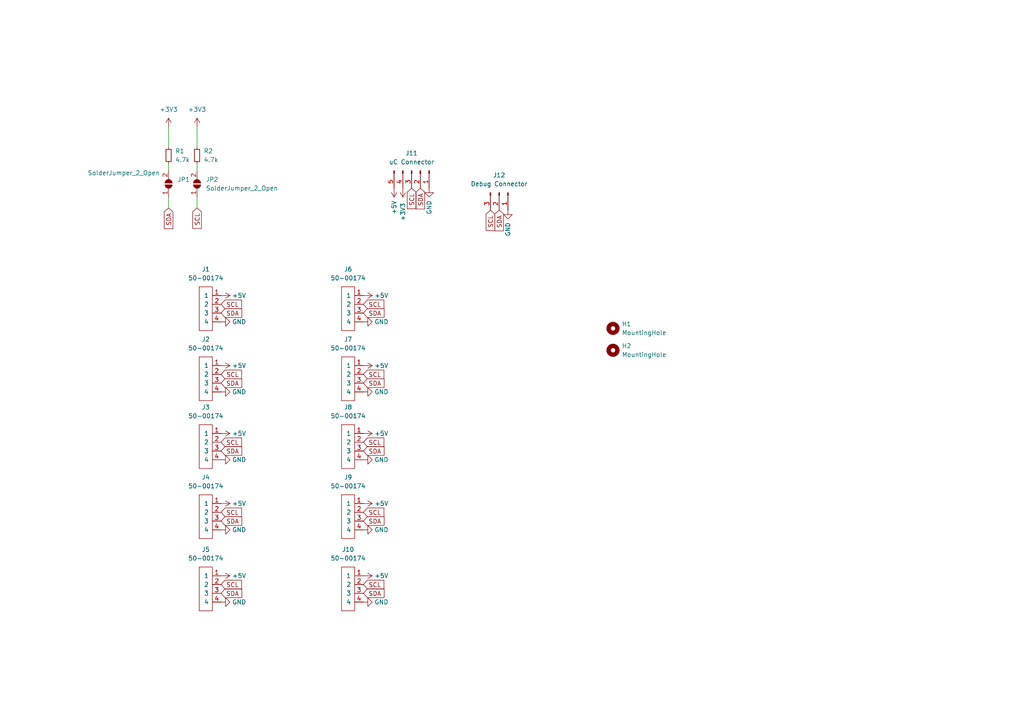
<source format=kicad_sch>
(kicad_sch (version 20211123) (generator eeschema)
  (paper "A4")
  (lib_symbols
    (symbol "Connector:Conn_01x03_Male" (pin_names (offset 1.016) hide)
      (property "Reference" "J" (at 0 5.08 0))
      (property "Value" "Conn_01x03_Male" (at 0 -5.08 0))
      (symbol "Conn_01x03_Male_1_1"
        (polyline (pts (xy 1.27 -2.54) (xy 0.8636 -2.54)) (stroke (width 0.1524)))
        (polyline (pts (xy 1.27 0) (xy 0.8636 0)) (stroke (width 0.1524)))
        (polyline (pts (xy 1.27 2.54) (xy 0.8636 2.54)) (stroke (width 0.1524)))
        (rectangle (start 0.8636 -2.413) (end 0 -2.667) (stroke (width 0.1524)) (fill (type outline)))
        (rectangle (start 0.8636 0.127) (end 0 -0.127) (stroke (width 0.1524)) (fill (type outline)))
        (rectangle (start 0.8636 2.667) (end 0 2.413) (stroke (width 0.1524)) (fill (type outline)))
        (pin passive line (at 5.08 2.54 180) (length 3.81) (name "Pin_1") (number "1"))
        (pin passive line (at 5.08 0 180) (length 3.81) (name "Pin_2") (number "2"))
        (pin passive line (at 5.08 -2.54 180) (length 3.81) (name "Pin_3") (number "3"))
      )
    )
    (symbol "Connector:Conn_01x05_Male" (pin_names (offset 1.016) hide)
      (property "Reference" "J" (at 0 7.62 0))
      (property "Value" "Conn_01x05_Male" (at 0 -7.62 0))
      (symbol "Conn_01x05_Male_1_1"
        (polyline (pts (xy 1.27 -5.08) (xy 0.8636 -5.08)) (stroke (width 0.1524)))
        (polyline (pts (xy 1.27 -2.54) (xy 0.8636 -2.54)) (stroke (width 0.1524)))
        (polyline (pts (xy 1.27 0) (xy 0.8636 0)) (stroke (width 0.1524)))
        (polyline (pts (xy 1.27 2.54) (xy 0.8636 2.54)) (stroke (width 0.1524)))
        (polyline (pts (xy 1.27 5.08) (xy 0.8636 5.08)) (stroke (width 0.1524)))
        (rectangle (start 0.8636 -4.953) (end 0 -5.207) (stroke (width 0.1524)) (fill (type outline)))
        (rectangle (start 0.8636 -2.413) (end 0 -2.667) (stroke (width 0.1524)) (fill (type outline)))
        (rectangle (start 0.8636 0.127) (end 0 -0.127) (stroke (width 0.1524)) (fill (type outline)))
        (rectangle (start 0.8636 2.667) (end 0 2.413) (stroke (width 0.1524)) (fill (type outline)))
        (rectangle (start 0.8636 5.207) (end 0 4.953) (stroke (width 0.1524)) (fill (type outline)))
        (pin passive line (at 5.08 5.08 180) (length 3.81) (name "Pin_1") (number "1"))
        (pin passive line (at 5.08 2.54 180) (length 3.81) (name "Pin_2") (number "2"))
        (pin passive line (at 5.08 0 180) (length 3.81) (name "Pin_3") (number "3"))
        (pin passive line (at 5.08 -2.54 180) (length 3.81) (name "Pin_4") (number "4"))
        (pin passive line (at 5.08 -5.08 180) (length 3.81) (name "Pin_5") (number "5"))
      )
    )
    (symbol "Device:R_Small" (pin_numbers hide) (pin_names (offset 0.254) hide)
      (property "Reference" "R" (at 0.762 0.508 0))
      (property "Value" "R_Small" (at 0.762 -1.016 0))
      (symbol "R_Small_0_1"
        (rectangle (start -0.762 1.778) (end 0.762 -1.778) (stroke (width 0.2032)))
      )
      (symbol "R_Small_1_1"
        (pin passive line (at 0 2.54 270) (length 0.762) (name "~") (number "1"))
        (pin passive line (at 0 -2.54 90) (length 0.762) (name "~") (number "2"))
      )
    )
    (symbol "Jumper:SolderJumper_2_Open" (pin_names (offset 0) hide)
      (property "Reference" "JP" (at 0 2.032 0))
      (property "Value" "SolderJumper_2_Open" (at 0 -2.54 0))
      (symbol "SolderJumper_2_Open_0_1"
        (arc (start -0.254 1.016) (mid -1.27 0) (end -0.254 -1.016))
        (arc (start -0.254 1.016) (mid -1.27 0) (end -0.254 -1.016) (fill (type outline)))
        (polyline (pts (xy -0.254 1.016) (xy -0.254 -1.016)))
        (polyline (pts (xy 0.254 1.016) (xy 0.254 -1.016)))
        (arc (start 0.254 -1.016) (mid 1.27 0) (end 0.254 1.016))
        (arc (start 0.254 -1.016) (mid 1.27 0) (end 0.254 1.016) (fill (type outline)))
      )
      (symbol "SolderJumper_2_Open_1_1"
        (pin passive line (at -3.81 0 0) (length 2.54) (name "A") (number "1"))
        (pin passive line (at 3.81 0 180) (length 2.54) (name "B") (number "2"))
      )
    )
    (symbol "Mechanical:MountingHole" (pin_names (offset 1.016))
      (property "Reference" "H" (at 0 5.08 0))
      (property "Value" "MountingHole" (at 0 3.175 0))
      (symbol "MountingHole_0_1"
        (circle (center 0 0) (radius 1.27) (stroke (width 1.27)))
      )
    )
    (symbol "misc:50-00174" (pin_names (offset 1.016))
      (property "Reference" "J" (at 0 0 0))
      (property "Value" "50-00174" (at 7.62 -1.27 0))
      (symbol "50-00174_0_1"
        (rectangle (start -2.54 -13.97) (end -6.35 -1.27))
      )
      (symbol "50-00174_1_1"
        (pin input line (at 0 -3.81 180) (length 2.54) (name "1") (number "1"))
        (pin input line (at 0 -6.35 180) (length 2.54) (name "2") (number "2"))
        (pin input line (at 0 -8.89 180) (length 2.54) (name "3") (number "3"))
        (pin input line (at 0 -11.43 180) (length 2.54) (name "4") (number "4"))
      )
    )
    (symbol "power:+3.3V" (power) (pin_names (offset 0))
      (property "Value" "+3.3V" (at 0 3.556 0))
      (symbol "+3.3V_0_1"
        (polyline (pts (xy -0.762 1.27) (xy 0 2.54)))
        (polyline (pts (xy 0 0) (xy 0 2.54)))
        (polyline (pts (xy 0 2.54) (xy 0.762 1.27)))
      )
      (symbol "+3.3V_1_1"
        (pin power_in line (at 0 0 90) (length 0) hide (name "+3V3") (number "1"))
      )
    )
    (symbol "power:+5V" (power) (pin_names (offset 0))
      (property "Value" "+5V" (at 0 3.556 0))
      (symbol "+5V_0_1"
        (polyline (pts (xy -0.762 1.27) (xy 0 2.54)))
        (polyline (pts (xy 0 0) (xy 0 2.54)))
        (polyline (pts (xy 0 2.54) (xy 0.762 1.27)))
      )
      (symbol "+5V_1_1"
        (pin power_in line (at 0 0 90) (length 0) hide (name "+5V") (number "1"))
      )
    )
    (symbol "power:GND" (power) (pin_names (offset 0))
      (property "Value" "GND" (at 0 -3.81 0))
      (symbol "GND_0_1"
        (polyline (pts (xy 0 0) (xy 0 -1.27) (xy 1.27 -1.27) (xy 0 -2.54) (xy -1.27 -1.27) (xy 0 -1.27)))
      )
      (symbol "GND_1_1"
        (pin power_in line (at 0 0 270) (length 0) hide (name "GND") (number "1"))
      )
    )
  )
  (wire (pts (xy 57.15 36.83) (xy 57.15 42.545)))
  (wire (pts (xy 48.895 57.15) (xy 48.895 60.325)))
  (wire (pts (xy 48.895 47.625) (xy 48.895 49.53)))
  (wire (pts (xy 57.15 47.625) (xy 57.15 49.53)))
  (wire (pts (xy 57.15 57.15) (xy 57.15 60.325)))
  (wire (pts (xy 48.895 36.83) (xy 48.895 42.545)))
  (global_label "SCL" (shape input) (at 64.135 169.545 0) (property "Intersheet References" "${INTERSHEET_REFS}" (effects hide)))
  (global_label "SCL" (shape input) (at 105.41 148.59 0) (property "Intersheet References" "${INTERSHEET_REFS}" (effects hide)))
  (global_label "SDA" (shape input) (at 105.41 151.13 0) (property "Intersheet References" "${INTERSHEET_REFS}" (effects hide)))
  (global_label "SCL" (shape input) (at 64.135 108.585 0) (property "Intersheet References" "${INTERSHEET_REFS}" (effects hide)))
  (global_label "SCL" (shape input) (at 105.41 128.27 0) (property "Intersheet References" "${INTERSHEET_REFS}" (effects hide)))
  (global_label "SDA" (shape input) (at 64.135 130.81 0) (property "Intersheet References" "${INTERSHEET_REFS}" (effects hide)))
  (global_label "SCL" (shape input) (at 64.135 88.265 0) (property "Intersheet References" "${INTERSHEET_REFS}" (effects hide)))
  (global_label "SDA" (shape input) (at 64.135 90.805 0) (property "Intersheet References" "${INTERSHEET_REFS}" (effects hide)))
  (global_label "SCL" (shape input) (at 57.15 60.325 270) (property "Intersheet References" "${INTERSHEET_REFS}" (effects hide)))
  (global_label "SDA" (shape input) (at 64.135 111.125 0) (property "Intersheet References" "${INTERSHEET_REFS}" (effects hide)))
  (global_label "SCL" (shape input) (at 142.24 60.96 270) (property "Intersheet References" "${INTERSHEET_REFS}" (effects hide)))
  (global_label "SCL" (shape input) (at 119.38 54.61 270) (property "Intersheet References" "${INTERSHEET_REFS}" (effects hide)))
  (global_label "SDA" (shape input) (at 64.135 172.085 0) (property "Intersheet References" "${INTERSHEET_REFS}" (effects hide)))
  (global_label "SCL" (shape input) (at 105.41 169.545 0) (property "Intersheet References" "${INTERSHEET_REFS}" (effects hide)))
  (global_label "SDA" (shape input) (at 105.41 130.81 0) (property "Intersheet References" "${INTERSHEET_REFS}" (effects hide)))
  (global_label "SCL" (shape input) (at 64.135 128.27 0) (property "Intersheet References" "${INTERSHEET_REFS}" (effects hide)))
  (global_label "SDA" (shape input) (at 105.41 172.085 0) (property "Intersheet References" "${INTERSHEET_REFS}" (effects hide)))
  (global_label "SDA" (shape input) (at 64.135 151.13 0) (property "Intersheet References" "${INTERSHEET_REFS}" (effects hide)))
  (global_label "SDA" (shape input) (at 105.41 90.805 0) (property "Intersheet References" "${INTERSHEET_REFS}" (effects hide)))
  (global_label "SDA" (shape input) (at 105.41 111.125 0) (property "Intersheet References" "${INTERSHEET_REFS}" (effects hide)))
  (global_label "SCL" (shape input) (at 105.41 108.585 0) (property "Intersheet References" "${INTERSHEET_REFS}" (effects hide)))
  (global_label "SDA" (shape input) (at 48.895 60.325 270) (property "Intersheet References" "${INTERSHEET_REFS}" (effects hide)))
  (global_label "SCL" (shape input) (at 105.41 88.265 0) (property "Intersheet References" "${INTERSHEET_REFS}" (effects hide)))
  (global_label "SCL" (shape input) (at 64.135 148.59 0) (property "Intersheet References" "${INTERSHEET_REFS}" (effects hide)))
  (global_label "SDA" (shape input) (at 144.78 60.96 270) (property "Intersheet References" "${INTERSHEET_REFS}" (effects hide)))
  (global_label "SDA" (shape input) (at 121.92 54.61 270) (property "Intersheet References" "${INTERSHEET_REFS}" (effects hide)))
  (symbol (lib_id "power:GND") (at 105.41 133.35 90) (unit 1)
    (property "Reference" "#PWR018" (effects hide))
    (property "Value" "GND" (at 108.585 133.3499 90) (effects (justify right)))
  )
  (symbol (lib_id "power:+5V") (at 64.135 146.05 270) (unit 1)
    (property "Reference" "#PWR09" (effects hide))
    (property "Value" "+5V" (at 67.31 146.0499 90) (effects (justify left)))
  )
  (symbol (lib_id "power:+5V") (at 105.41 106.045 270) (unit 1)
    (property "Reference" "#PWR015" (effects hide))
    (property "Value" "+5V" (at 108.585 106.0449 90) (effects (justify left)))
  )
  (symbol (lib_id "power:+5V") (at 114.3 54.61 180) (unit 1)
    (property "Reference" "#PWR023" (effects hide))
    (property "Value" "+5V" (at 114.3 62.23 90) (effects (justify right)))
  )
  (symbol (lib_id "misc:50-00174") (at 105.41 121.92 0) (unit 1)
    (property "Reference" "J8" (at 100.965 118.11 0))
    (property "Value" "50-00174" (at 100.965 120.65 0))
    (property "Footprint" "misc:54-00174" (effects hide))
  )
  (symbol (lib_id "power:+5V") (at 105.41 85.725 270) (unit 1)
    (property "Reference" "#PWR013" (effects hide))
    (property "Value" "+5V" (at 108.585 85.7249 90) (effects (justify left)))
  )
  (symbol (lib_id "power:GND") (at 105.41 93.345 90) (unit 1)
    (property "Reference" "#PWR014" (effects hide))
    (property "Value" "GND" (at 108.585 93.3449 90) (effects (justify right)))
  )
  (symbol (lib_id "power:+3.3V") (at 48.895 36.83 0) (unit 1)
    (property "Reference" "#PWR01" (effects hide))
    (property "Value" "+3.3V" (at 48.895 31.75 0))
  )
  (symbol (lib_id "power:+5V") (at 64.135 106.045 270) (unit 1)
    (property "Reference" "#PWR05" (effects hide))
    (property "Value" "+5V" (at 67.31 106.0449 90) (effects (justify left)))
  )
  (symbol (lib_id "power:GND") (at 124.46 54.61 0) (unit 1)
    (property "Reference" "#PWR025" (effects hide))
    (property "Value" "GND" (at 124.46 62.23 90) (effects (justify left)))
  )
  (symbol (lib_id "Device:R_Small") (at 48.895 45.085 0) (unit 1)
    (property "Reference" "R1" (at 50.8 43.8149 0) (effects (justify left)))
    (property "Value" "4.7k" (at 50.8 46.3549 0) (effects (justify left)))
    (property "Footprint" "Resistor_THT:R_Box_L8.4mm_W2.5mm_P5.08mm" (effects hide))
  )
  (symbol (lib_id "Jumper:SolderJumper_2_Open") (at 48.895 53.34 90) (unit 1)
    (property "Reference" "JP1" (at 51.435 52.0699 90) (effects (justify right)))
    (property "Value" "SolderJumper_2_Open" (at 25.4 50.165 90) (effects (justify right)))
    (property "Footprint" "Jumper:SolderJumper-2_P1.3mm_Open_RoundedPad1.0x1.5mm" (effects hide))
  )
  (symbol (lib_id "power:GND") (at 64.135 153.67 90) (unit 1)
    (property "Reference" "#PWR010" (effects hide))
    (property "Value" "GND" (at 67.31 153.6699 90) (effects (justify right)))
  )
  (symbol (lib_id "power:+5V") (at 105.41 125.73 270) (unit 1)
    (property "Reference" "#PWR017" (effects hide))
    (property "Value" "+5V" (at 108.585 125.7299 90) (effects (justify left)))
  )
  (symbol (lib_id "misc:50-00174") (at 105.41 163.195 0) (unit 1)
    (property "Reference" "J10" (at 100.965 159.385 0))
    (property "Value" "50-00174" (at 100.965 161.925 0))
    (property "Footprint" "misc:54-00174" (effects hide))
  )
  (symbol (lib_id "power:GND") (at 64.135 113.665 90) (unit 1)
    (property "Reference" "#PWR06" (effects hide))
    (property "Value" "GND" (at 67.31 113.6649 90) (effects (justify right)))
  )
  (symbol (lib_id "misc:50-00174") (at 105.41 81.915 0) (unit 1)
    (property "Reference" "J6" (at 100.965 78.105 0))
    (property "Value" "50-00174" (at 100.965 80.645 0))
    (property "Footprint" "misc:54-00174" (effects hide))
  )
  (symbol (lib_id "power:GND") (at 147.32 60.96 0) (unit 1)
    (property "Reference" "#PWR026" (effects hide))
    (property "Value" "GND" (at 147.32 68.58 90) (effects (justify left)))
  )
  (symbol (lib_id "power:+5V") (at 64.135 167.005 270) (unit 1)
    (property "Reference" "#PWR011" (effects hide))
    (property "Value" "+5V" (at 67.31 167.0049 90) (effects (justify left)))
  )
  (symbol (lib_id "Connector:Conn_01x03_Male") (at 144.78 55.88 270) (unit 1)
    (property "Reference" "J12" (at 144.78 50.8 90))
    (property "Value" "Debug Connector" (at 144.78 53.34 90))
    (property "Footprint" "Connector_PinHeader_2.54mm:PinHeader_1x03_P2.54mm_Vertical" (effects hide))
  )
  (symbol (lib_id "power:+5V") (at 105.41 167.005 270) (unit 1)
    (property "Reference" "#PWR021" (effects hide))
    (property "Value" "+5V" (at 108.585 167.0049 90) (effects (justify left)))
  )
  (symbol (lib_id "Mechanical:MountingHole") (at 177.8 95.25 0) (unit 1)
    (property "Reference" "H1" (at 180.34 93.9799 0) (effects (justify left)))
    (property "Value" "MountingHole" (at 180.34 96.5199 0) (effects (justify left)))
    (property "Footprint" "MountingHole:MountingHole_3.2mm_M3" (effects hide))
  )
  (symbol (lib_id "misc:50-00174") (at 105.41 142.24 0) (unit 1)
    (property "Reference" "J9" (at 100.965 138.43 0))
    (property "Value" "50-00174" (at 100.965 140.97 0))
    (property "Footprint" "misc:54-00174" (effects hide))
  )
  (symbol (lib_id "power:+3.3V") (at 57.15 36.83 0) (unit 1)
    (property "Reference" "#PWR02" (effects hide))
    (property "Value" "+3.3V" (at 57.15 31.75 0))
  )
  (symbol (lib_id "power:GND") (at 64.135 174.625 90) (unit 1)
    (property "Reference" "#PWR012" (effects hide))
    (property "Value" "GND" (at 67.31 174.6249 90) (effects (justify right)))
  )
  (symbol (lib_id "misc:50-00174") (at 64.135 102.235 0) (unit 1)
    (property "Reference" "J2" (at 59.69 98.425 0))
    (property "Value" "50-00174" (at 59.69 100.965 0))
    (property "Footprint" "misc:54-00174" (effects hide))
  )
  (symbol (lib_id "power:GND") (at 64.135 93.345 90) (unit 1)
    (property "Reference" "#PWR04" (effects hide))
    (property "Value" "GND" (at 67.31 93.3449 90) (effects (justify right)))
  )
  (symbol (lib_id "power:GND") (at 105.41 113.665 90) (unit 1)
    (property "Reference" "#PWR016" (effects hide))
    (property "Value" "GND" (at 108.585 113.6649 90) (effects (justify right)))
  )
  (symbol (lib_id "misc:50-00174") (at 64.135 121.92 0) (unit 1)
    (property "Reference" "J3" (at 59.69 118.11 0))
    (property "Value" "50-00174" (at 59.69 120.65 0))
    (property "Footprint" "misc:54-00174" (effects hide))
  )
  (symbol (lib_id "misc:50-00174") (at 64.135 163.195 0) (unit 1)
    (property "Reference" "J5" (at 59.69 159.385 0))
    (property "Value" "50-00174" (at 59.69 161.925 0))
    (property "Footprint" "misc:54-00174" (effects hide))
  )
  (symbol (lib_id "power:+5V") (at 64.135 85.725 270) (unit 1)
    (property "Reference" "#PWR03" (effects hide))
    (property "Value" "+5V" (at 67.31 85.7249 90) (effects (justify left)))
  )
  (symbol (lib_id "power:GND") (at 64.135 133.35 90) (unit 1)
    (property "Reference" "#PWR08" (effects hide))
    (property "Value" "GND" (at 67.31 133.3499 90) (effects (justify right)))
  )
  (symbol (lib_id "Mechanical:MountingHole") (at 177.8 101.6 0) (unit 1)
    (property "Reference" "H2" (at 180.34 100.3299 0) (effects (justify left)))
    (property "Value" "MountingHole" (at 180.34 102.8699 0) (effects (justify left)))
    (property "Footprint" "MountingHole:MountingHole_3.2mm_M3" (effects hide))
  )
  (symbol (lib_id "Device:R_Small") (at 57.15 45.085 0) (unit 1)
    (property "Reference" "R2" (at 59.055 43.8149 0) (effects (justify left)))
    (property "Value" "4.7k" (at 59.055 46.3549 0) (effects (justify left)))
    (property "Footprint" "Resistor_THT:R_Box_L8.4mm_W2.5mm_P5.08mm" (effects hide))
  )
  (symbol (lib_id "power:+5V") (at 64.135 125.73 270) (unit 1)
    (property "Reference" "#PWR07" (effects hide))
    (property "Value" "+5V" (at 67.31 125.7299 90) (effects (justify left)))
  )
  (symbol (lib_id "misc:50-00174") (at 64.135 81.915 0) (unit 1)
    (property "Reference" "J1" (at 59.69 78.105 0))
    (property "Value" "50-00174" (at 59.69 80.645 0))
    (property "Footprint" "misc:54-00174" (effects hide))
  )
  (symbol (lib_id "Jumper:SolderJumper_2_Open") (at 57.15 53.34 90) (unit 1)
    (property "Reference" "JP2" (at 59.69 52.0699 90) (effects (justify right)))
    (property "Value" "SolderJumper_2_Open" (at 59.69 54.6099 90) (effects (justify right)))
    (property "Footprint" "Jumper:SolderJumper-2_P1.3mm_Open_RoundedPad1.0x1.5mm" (effects hide))
  )
  (symbol (lib_id "misc:50-00174") (at 64.135 142.24 0) (unit 1)
    (property "Reference" "J4" (at 59.69 138.43 0))
    (property "Value" "50-00174" (at 59.69 140.97 0))
    (property "Footprint" "misc:54-00174" (effects hide))
  )
  (symbol (lib_id "power:GND") (at 105.41 153.67 90) (unit 1)
    (property "Reference" "#PWR020" (effects hide))
    (property "Value" "GND" (at 108.585 153.6699 90) (effects (justify right)))
  )
  (symbol (lib_id "power:GND") (at 105.41 174.625 90) (unit 1)
    (property "Reference" "#PWR022" (effects hide))
    (property "Value" "GND" (at 108.585 174.6249 90) (effects (justify right)))
  )
  (symbol (lib_id "power:+5V") (at 105.41 146.05 270) (unit 1)
    (property "Reference" "#PWR019" (effects hide))
    (property "Value" "+5V" (at 108.585 146.0499 90) (effects (justify left)))
  )
  (symbol (lib_id "Connector:Conn_01x05_Male") (at 119.38 49.53 270) (unit 1)
    (property "Reference" "J11" (at 119.38 44.45 90))
    (property "Value" "uC Connector" (at 119.38 46.99 90))
    (property "Footprint" "Connector_PinHeader_2.54mm:PinHeader_1x05_P2.54mm_Vertical" (effects hide))
  )
  (symbol (lib_id "power:+3.3V") (at 116.84 54.61 180) (unit 1)
    (property "Reference" "#PWR024" (effects hide))
    (property "Value" "+3.3V" (at 116.84 64.135 90) (effects (justify right)))
  )
  (symbol (lib_id "misc:50-00174") (at 105.41 102.235 0) (unit 1)
    (property "Reference" "J7" (at 100.965 98.425 0))
    (property "Value" "50-00174" (at 100.965 100.965 0))
    (property "Footprint" "misc:54-00174" (effects hide))
  )
)
</source>
